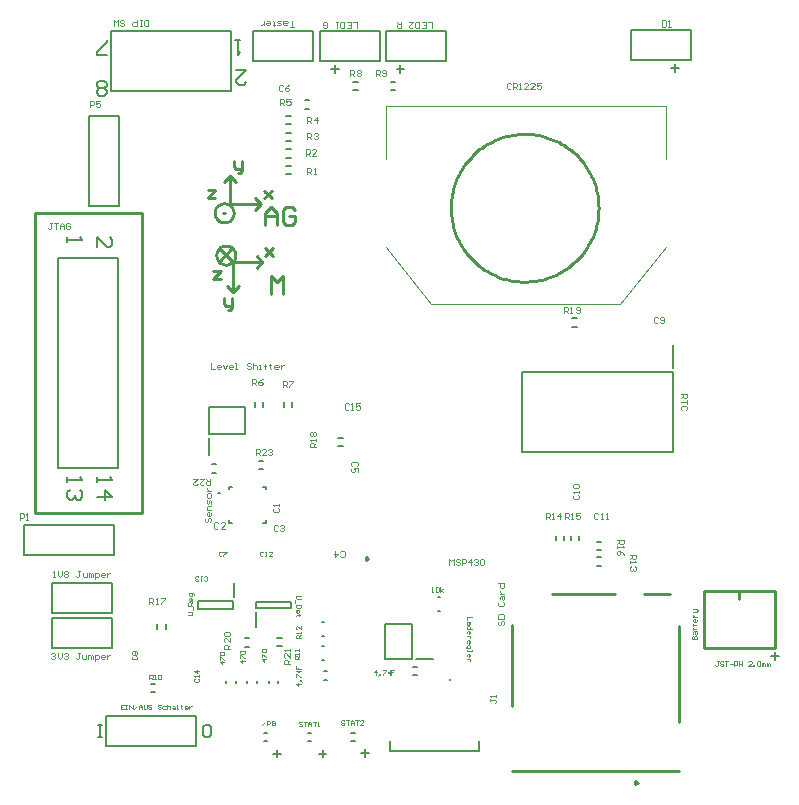
<source format=gto>
G04*
G04 #@! TF.GenerationSoftware,Altium Limited,Altium Designer,19.0.14 (431)*
G04*
G04 Layer_Color=65535*
%FSLAX25Y25*%
%MOIN*%
G70*
G01*
G75*
%ADD10C,0.01000*%
%ADD11C,0.00984*%
%ADD12C,0.00787*%
%ADD13C,0.00787*%
%ADD14C,0.00394*%
%ADD15C,0.00500*%
%ADD16C,0.00800*%
%ADD17C,0.00492*%
D10*
X76378Y168504D02*
X76224Y169477D01*
X75776Y170355D01*
X75080Y171052D01*
X74202Y171499D01*
X73228Y171653D01*
X72255Y171499D01*
X71377Y171052D01*
X70680Y170355D01*
X70233Y169477D01*
X70079Y168504D01*
X70233Y167531D01*
X70680Y166653D01*
X71377Y165956D01*
X72255Y165508D01*
X73228Y165354D01*
X74202Y165508D01*
X75080Y165956D01*
X75776Y166653D01*
X76224Y167531D01*
X76378Y168504D01*
X73032Y182559D02*
X72244D01*
X73032D01*
X75787D02*
X75633Y183532D01*
X75186Y184410D01*
X74489Y185107D01*
X73611Y185555D01*
X72638Y185709D01*
X71665Y185555D01*
X70786Y185107D01*
X70090Y184410D01*
X69642Y183532D01*
X69488Y182559D01*
X69642Y181586D01*
X70090Y180708D01*
X70786Y180011D01*
X71665Y179564D01*
X72638Y179409D01*
X73611Y179564D01*
X74489Y180011D01*
X75186Y180708D01*
X75633Y181586D01*
X75787Y182559D01*
X197441Y184252D02*
X197421Y185249D01*
X197360Y186245D01*
X197259Y187237D01*
X197118Y188224D01*
X196937Y189205D01*
X196717Y190178D01*
X196457Y191141D01*
X196158Y192093D01*
X195821Y193031D01*
X195447Y193956D01*
X195035Y194864D01*
X194587Y195755D01*
X194103Y196627D01*
X193584Y197479D01*
X193031Y198309D01*
X192444Y199116D01*
X191826Y199898D01*
X191176Y200655D01*
X190496Y201385D01*
X189788Y202086D01*
X189051Y202759D01*
X188288Y203401D01*
X187499Y204011D01*
X186686Y204589D01*
X185851Y205134D01*
X184994Y205644D01*
X184117Y206119D01*
X183221Y206559D01*
X182309Y206961D01*
X181380Y207327D01*
X180438Y207654D01*
X179484Y207943D01*
X178518Y208193D01*
X177543Y208403D01*
X176561Y208575D01*
X175572Y208705D01*
X174579Y208796D01*
X173583Y208847D01*
X172585Y208857D01*
X171588Y208827D01*
X170594Y208756D01*
X169602Y208645D01*
X168616Y208494D01*
X167637Y208303D01*
X166667Y208073D01*
X165707Y207803D01*
X164758Y207495D01*
X163823Y207149D01*
X162902Y206765D01*
X161998Y206344D01*
X161112Y205886D01*
X160245Y205394D01*
X159398Y204866D01*
X158574Y204304D01*
X157773Y203710D01*
X156997Y203084D01*
X156247Y202426D01*
X155524Y201739D01*
X154829Y201023D01*
X154164Y200280D01*
X153530Y199510D01*
X152928Y198715D01*
X152358Y197897D01*
X151822Y197055D01*
X151320Y196194D01*
X150854Y195312D01*
X150424Y194412D01*
X150031Y193495D01*
X149675Y192564D01*
X149357Y191618D01*
X149078Y190661D01*
X148837Y189693D01*
X148637Y188716D01*
X148476Y187731D01*
X148355Y186741D01*
X148274Y185747D01*
X148233Y184751D01*
Y183753D01*
X148274Y182757D01*
X148355Y181763D01*
X148476Y180772D01*
X148637Y179788D01*
X148837Y178811D01*
X149078Y177843D01*
X149357Y176886D01*
X149675Y175940D01*
X150031Y175008D01*
X150424Y174092D01*
X150854Y173192D01*
X151320Y172310D01*
X151822Y171448D01*
X152358Y170607D01*
X152928Y169789D01*
X153530Y168994D01*
X154165Y168224D01*
X154829Y167481D01*
X155524Y166765D01*
X156247Y166077D01*
X156997Y165420D01*
X157773Y164794D01*
X158574Y164199D01*
X159398Y163638D01*
X160245Y163110D01*
X161112Y162618D01*
X161998Y162160D01*
X162902Y161739D01*
X163823Y161355D01*
X164758Y161009D01*
X165707Y160701D01*
X166667Y160431D01*
X167638Y160201D01*
X168616Y160010D01*
X169602Y159859D01*
X170594Y159748D01*
X171588Y159677D01*
X172585Y159647D01*
X173583Y159657D01*
X174579Y159708D01*
X175572Y159798D01*
X176561Y159929D01*
X177543Y160100D01*
X178518Y160311D01*
X179484Y160561D01*
X180438Y160850D01*
X181381Y161177D01*
X182309Y161543D01*
X183221Y161945D01*
X184117Y162384D01*
X184994Y162860D01*
X185851Y163370D01*
X186686Y163915D01*
X187499Y164493D01*
X188288Y165103D01*
X189051Y165745D01*
X189788Y166418D01*
X190496Y167119D01*
X191176Y167849D01*
X191826Y168606D01*
X192444Y169388D01*
X193031Y170195D01*
X193584Y171025D01*
X194103Y171877D01*
X194587Y172749D01*
X195035Y173640D01*
X195447Y174548D01*
X195821Y175473D01*
X196158Y176411D01*
X196457Y177363D01*
X196717Y178326D01*
X196937Y179299D01*
X197118Y180280D01*
X197259Y181267D01*
X197360Y182259D01*
X197421Y183255D01*
X197441Y184252D01*
X210445Y-7429D02*
X209618Y-6951D01*
Y-7907D01*
X210445Y-7429D01*
X256201Y37697D02*
Y56595D01*
X232579Y37697D02*
Y56595D01*
Y37697D02*
X256201D01*
X232579Y56595D02*
X256201D01*
X244390Y53839D02*
Y56595D01*
X71153Y166535D02*
X75090Y170472D01*
X71260Y170669D02*
X75590Y166339D01*
Y166142D02*
Y166339D01*
X74697Y194961D02*
X76665Y192992D01*
X74697Y192008D02*
Y194961D01*
X72728Y192992D02*
X74697Y194961D01*
Y185406D02*
Y192008D01*
X83071Y183465D02*
X85039Y185433D01*
X83071Y187402D02*
X85039Y185433D01*
X74957D02*
X85039D01*
X75590Y166142D02*
X85433D01*
X83465Y168110D02*
X85433Y166142D01*
X83465Y164173D02*
X85433Y166142D01*
X75590Y159252D02*
Y166142D01*
Y156299D02*
X77559Y158268D01*
X75590Y156299D02*
Y159252D01*
X73622Y158268D02*
X75590Y156299D01*
X9728Y82398D02*
Y182398D01*
X168720Y-3425D02*
X224390D01*
Y12787D02*
Y44736D01*
X168720Y18039D02*
Y45350D01*
X181972Y55433D02*
X203067D01*
X212520D02*
X221358D01*
X45161Y82398D02*
Y182398D01*
X9728D02*
X45161D01*
X9728Y82398D02*
X45161D01*
X86417Y178622D02*
Y182621D01*
X88417Y184620D01*
X90416Y182621D01*
Y178622D01*
Y181621D01*
X86417D01*
X96414Y183620D02*
X95414Y184620D01*
X93415D01*
X92415Y183620D01*
Y179622D01*
X93415Y178622D01*
X95414D01*
X96414Y179622D01*
Y181621D01*
X94415D01*
X75878Y199750D02*
Y197782D01*
X76534Y197126D01*
X78502D01*
Y196470D01*
X77846Y195814D01*
X77190D01*
X78502Y197126D02*
Y199750D01*
X67126Y190301D02*
X69750D01*
X67126Y187677D01*
X69750D01*
X86024Y190025D02*
X88647Y187402D01*
X87335Y188714D01*
X88647Y190025D01*
X86024Y187402D01*
X88189Y155512D02*
Y161510D01*
X90188Y159511D01*
X92188Y161510D01*
Y155512D01*
X86417Y170734D02*
X89041Y168110D01*
X87729Y169422D01*
X89041Y170734D01*
X86417Y168110D01*
X68898Y163254D02*
X71522D01*
X68898Y160630D01*
X71522D01*
X72638Y154080D02*
Y152113D01*
X73294Y151457D01*
X75262D01*
Y150801D01*
X74606Y150145D01*
X73950D01*
X75262Y151457D02*
Y154080D01*
D11*
X120571Y67303D02*
X119833Y67729D01*
Y66877D01*
X120571Y67303D01*
D12*
X71394Y89193D02*
X70606D01*
X71394D01*
X6102Y78425D02*
X36102D01*
X6102Y68425D02*
Y78425D01*
Y68425D02*
X36102D01*
Y78425D01*
X53150Y43898D02*
Y45472D01*
X50394Y43898D02*
Y45472D01*
X67520Y101969D02*
Y107579D01*
X67716Y108957D02*
X79528D01*
Y118012D01*
X67716D02*
X79528D01*
X67716Y108957D02*
Y118012D01*
X68504Y98721D02*
X70079D01*
X68504Y95965D02*
X70079D01*
X84196Y97146D02*
X85771D01*
X84196Y99902D02*
X85771D01*
X15413Y59331D02*
X35413D01*
X15413Y49331D02*
Y59331D01*
Y49331D02*
X35413D01*
Y59331D01*
X15413Y47520D02*
X35413D01*
X15413Y37520D02*
Y47520D01*
Y37520D02*
X35413D01*
Y47520D01*
X79528Y37992D02*
X81102D01*
X79528Y40748D02*
X81102D01*
X90354Y40945D02*
X91929D01*
X90354Y38189D02*
X91929D01*
X208130Y233583D02*
Y243583D01*
X228130D01*
Y233583D02*
Y243583D01*
X208130Y233583D02*
X228130D01*
X188583Y147441D02*
X190157D01*
X188583Y144685D02*
X190157D01*
X93201Y214862D02*
X94776D01*
X93201Y212106D02*
X94776D01*
X93307Y209252D02*
X94882D01*
X93307Y206496D02*
X94882D01*
X93307Y198228D02*
X94882D01*
X93307Y195472D02*
X94882D01*
X93307Y200984D02*
X94882D01*
X93307Y203740D02*
X94882D01*
X115748Y223425D02*
X117323D01*
X115748Y226181D02*
X117323D01*
X124638Y233189D02*
Y243189D01*
X104638Y233189D02*
X124638D01*
X104638D02*
Y243189D01*
X124638D01*
X222264Y130905D02*
Y138484D01*
X171909Y129528D02*
X222303D01*
X171909Y102756D02*
Y129528D01*
Y102756D02*
X222303D01*
Y129528D01*
X110630Y104724D02*
X112205D01*
X110630Y107480D02*
X112205D01*
X92618Y117872D02*
Y119447D01*
X95374Y117872D02*
Y119447D01*
X82776Y117913D02*
Y119488D01*
X85532Y117913D02*
Y119488D01*
X99461Y220087D02*
X101035D01*
X99461Y217331D02*
X101035D01*
X35000Y223346D02*
Y243347D01*
X75000Y223346D02*
Y243347D01*
X35000Y223346D02*
X75000D01*
X35000Y243347D02*
X75000D01*
X82402Y233347D02*
X102402D01*
Y243347D01*
X82402D02*
X102402D01*
X82402Y233347D02*
Y243347D01*
X126496Y243189D02*
X146496D01*
X126496Y233189D02*
Y243189D01*
Y233189D02*
X146496D01*
Y243189D01*
X188347Y73425D02*
Y75000D01*
X191102Y73425D02*
Y75000D01*
X185984Y73425D02*
Y75000D01*
X183228Y73425D02*
Y75000D01*
X196811Y67716D02*
X198386D01*
X196811Y64961D02*
X198386D01*
X196811Y70079D02*
X198386D01*
X196811Y72835D02*
X198386D01*
X83161Y50795D02*
Y52961D01*
X94972D01*
Y50795D02*
Y52961D01*
X83161Y50795D02*
X94972D01*
X83161Y44496D02*
Y49417D01*
X75484Y50697D02*
Y53059D01*
X64067Y50697D02*
X75484D01*
X64067D02*
Y53059D01*
X75484D01*
X76075Y54437D02*
Y59161D01*
X105209Y46366D02*
X105996D01*
X105209Y41642D02*
X105996D01*
X105209Y33374D02*
X105996D01*
X105209Y38098D02*
X105996D01*
X105799Y26958D02*
X106980D01*
X105799Y29714D02*
X106980D01*
X87492Y25894D02*
Y26681D01*
X90642Y25894D02*
Y26681D01*
X80405Y25894D02*
Y26681D01*
X83555Y25894D02*
Y26681D01*
X73319Y25894D02*
Y26681D01*
X76468Y25894D02*
Y26681D01*
X33366Y14842D02*
X63366D01*
X33366Y4843D02*
Y14842D01*
Y4843D02*
X63366D01*
Y14842D01*
X48122Y22744D02*
X49697D01*
X48122Y25500D02*
X49697D01*
X143791Y54535D02*
X144579D01*
X143791Y49811D02*
X144579D01*
X126272Y33768D02*
X135327D01*
X126272D02*
Y45579D01*
X135327D01*
Y33768D02*
Y45579D01*
X136705Y33768D02*
X142217D01*
X135721Y28453D02*
X136902D01*
X135721Y31209D02*
X136902D01*
X127953Y3248D02*
X157480D01*
X127953D02*
Y6693D01*
X157480Y3248D02*
Y6693D01*
X85827Y6398D02*
X87008D01*
X85827Y9154D02*
X87008D01*
X100492Y6496D02*
X101673D01*
X100492Y9252D02*
X101673D01*
X115059Y6594D02*
X116240D01*
X115059Y9350D02*
X116240D01*
X128150Y226181D02*
X129724D01*
X128150Y223425D02*
X129724D01*
X17327Y97398D02*
Y167398D01*
X37327Y97398D02*
Y167398D01*
X17327D02*
X37327D01*
X17327Y97398D02*
X37327D01*
X37677Y185000D02*
Y215000D01*
X27677D02*
X37677D01*
X27677Y185000D02*
Y215000D01*
Y185000D02*
X37677D01*
X67617Y11908D02*
X66306D01*
X65650Y11252D01*
Y8628D01*
X66306Y7972D01*
X67617D01*
X68273Y8628D01*
Y11252D01*
X67617Y11908D01*
X30768Y11711D02*
X32080D01*
X31424D01*
Y7776D01*
X30768D01*
X32080D01*
X118307Y2460D02*
X120931D01*
X119619Y3772D02*
Y1148D01*
X104134Y2362D02*
X106758D01*
X105446Y3673D02*
Y1050D01*
X89059Y2362D02*
X91683D01*
X90371Y3673D02*
Y1050D01*
X254823Y34940D02*
X257447D01*
X256135Y36252D02*
Y33628D01*
X221752Y231003D02*
X224376D01*
X223064Y232315D02*
Y229691D01*
X130118Y230511D02*
X132742D01*
X131430Y231823D02*
Y229199D01*
X108169Y230511D02*
X110793D01*
X109481Y231823D02*
Y229199D01*
D13*
X147784Y26835D02*
D03*
D14*
X204724Y152165D02*
X219882Y171063D01*
X141732Y152165D02*
X204724D01*
X126575Y171063D02*
X141732Y152165D01*
X219882Y200394D02*
Y218307D01*
X126575D02*
X219882D01*
X126575Y200394D02*
Y218307D01*
X237467Y33070D02*
X236942D01*
X237205D01*
Y31758D01*
X236942Y31496D01*
X236680D01*
X236417Y31758D01*
X239041Y32808D02*
X238779Y33070D01*
X238254D01*
X237992Y32808D01*
Y32546D01*
X238254Y32283D01*
X238779D01*
X239041Y32021D01*
Y31758D01*
X238779Y31496D01*
X238254D01*
X237992Y31758D01*
X239566Y33070D02*
X240615D01*
X240091D01*
Y31496D01*
X241140Y32283D02*
X242190D01*
X242715Y31496D02*
Y33070D01*
X243502D01*
X243764Y32808D01*
Y32283D01*
X243502Y32021D01*
X242715D01*
X244289Y33070D02*
Y31496D01*
Y32283D01*
X245338D01*
Y33070D01*
Y31496D01*
X248487D02*
X247437D01*
X248487Y32546D01*
Y32808D01*
X248224Y33070D01*
X247700D01*
X247437Y32808D01*
X249012Y31496D02*
Y31758D01*
X249274D01*
Y31496D01*
X249012D01*
X250324Y32808D02*
X250586Y33070D01*
X251111D01*
X251373Y32808D01*
Y31758D01*
X251111Y31496D01*
X250586D01*
X250324Y31758D01*
Y32808D01*
X251898Y31496D02*
Y32546D01*
X252160D01*
X252423Y32283D01*
Y31496D01*
Y32283D01*
X252685Y32546D01*
X252947Y32283D01*
Y31496D01*
X253472D02*
Y32546D01*
X253734D01*
X253997Y32283D01*
Y31496D01*
Y32283D01*
X254259Y32546D01*
X254522Y32283D01*
Y31496D01*
X62952Y27337D02*
X62690Y27075D01*
Y26550D01*
X62952Y26287D01*
X64001D01*
X64264Y26550D01*
Y27075D01*
X64001Y27337D01*
X64264Y27862D02*
Y28387D01*
Y28124D01*
X62690D01*
X62952Y27862D01*
X64264Y29961D02*
X62690D01*
X63477Y29174D01*
Y30223D01*
X42290Y34817D02*
X42028Y34555D01*
Y34030D01*
X42290Y33768D01*
X43340D01*
X43602Y34030D01*
Y34555D01*
X43340Y34817D01*
X42290Y35342D02*
X42028Y35604D01*
Y36129D01*
X42290Y36391D01*
X42553D01*
X42815Y36129D01*
X43078Y36391D01*
X43340D01*
X43602Y36129D01*
Y35604D01*
X43340Y35342D01*
X43078D01*
X42815Y35604D01*
X42553Y35342D01*
X42290D01*
X42815Y35604D02*
Y36129D01*
X71916Y69422D02*
X71653Y69684D01*
X71128D01*
X70866Y69422D01*
Y68373D01*
X71128Y68110D01*
X71653D01*
X71916Y68373D01*
X72440Y69684D02*
X73490D01*
Y69422D01*
X72440Y68373D01*
Y68110D01*
X72736Y32874D02*
X71162D01*
X71949Y32087D01*
Y33136D01*
X71162Y33661D02*
Y34710D01*
X71424D01*
X72474Y33661D01*
X72736D01*
X71424Y35235D02*
X71162Y35498D01*
Y36022D01*
X71424Y36285D01*
X72474D01*
X72736Y36022D01*
Y35498D01*
X72474Y35235D01*
X71424D01*
X86705Y33768D02*
X85130D01*
X85918Y32980D01*
Y34030D01*
X85130Y34555D02*
Y35604D01*
X85393D01*
X86442Y34555D01*
X86705D01*
X85393Y36129D02*
X85130Y36391D01*
Y36916D01*
X85393Y37178D01*
X86442D01*
X86705Y36916D01*
Y36391D01*
X86442Y36129D01*
X85393D01*
X112762Y13171D02*
X112500Y13433D01*
X111975D01*
X111713Y13171D01*
Y12908D01*
X111975Y12646D01*
X112500D01*
X112762Y12383D01*
Y12121D01*
X112500Y11859D01*
X111975D01*
X111713Y12121D01*
X113287Y13433D02*
X114336D01*
X113812D01*
Y11859D01*
X114861D02*
Y12908D01*
X115386Y13433D01*
X115911Y12908D01*
Y11859D01*
Y12646D01*
X114861D01*
X116436Y13433D02*
X117485D01*
X116960D01*
Y11859D01*
X119059D02*
X118010D01*
X119059Y12908D01*
Y13171D01*
X118797Y13433D01*
X118272D01*
X118010Y13171D01*
X98589Y12704D02*
X98326Y12966D01*
X97802D01*
X97539Y12704D01*
Y12442D01*
X97802Y12179D01*
X98326D01*
X98589Y11917D01*
Y11654D01*
X98326Y11392D01*
X97802D01*
X97539Y11654D01*
X99114Y12966D02*
X100163D01*
X99638D01*
Y11392D01*
X100688D02*
Y12442D01*
X101213Y12966D01*
X101737Y12442D01*
Y11392D01*
Y12179D01*
X100688D01*
X102262Y12966D02*
X103312D01*
X102787D01*
Y11392D01*
X103837D02*
X104361D01*
X104099D01*
Y12966D01*
X103837Y12704D01*
X79528Y33268D02*
X77953D01*
X78740Y32480D01*
Y33530D01*
X77953Y34055D02*
Y35104D01*
X78216D01*
X79265Y34055D01*
X79528D01*
X78216Y35629D02*
X77953Y35891D01*
Y36416D01*
X78216Y36678D01*
X79265D01*
X79528Y36416D01*
Y35891D01*
X79265Y35629D01*
X78216D01*
X141831Y56201D02*
X142356D01*
X142093D01*
Y57775D01*
X141831Y57513D01*
X143143D02*
X143405Y57775D01*
X143930D01*
X144192Y57513D01*
Y56463D01*
X143930Y56201D01*
X143405D01*
X143143Y56463D01*
Y57513D01*
X144717Y56201D02*
Y57775D01*
Y56726D02*
X145504Y57250D01*
X144717Y56726D02*
X145504Y56201D01*
X98122Y25500D02*
X96548D01*
X97335Y24713D01*
Y25762D01*
X98384Y26549D02*
X98122Y26812D01*
X97860D01*
Y26549D01*
X98122D01*
Y26812D01*
X98384Y26549D01*
X98647Y26287D01*
X96548Y27861D02*
Y28911D01*
X96810D01*
X97860Y27861D01*
X98122D01*
X97335Y29436D02*
Y29960D01*
X97597Y29436D02*
Y29960D01*
X96548D02*
X98384D01*
X96548Y31534D02*
Y30485D01*
X97335D01*
Y31010D01*
Y30485D01*
X98122D01*
X123319Y28650D02*
Y30224D01*
X122531Y29437D01*
X123581D01*
X124368Y28387D02*
X124630Y28650D01*
Y28912D01*
X124368D01*
Y28650D01*
X124630D01*
X124368Y28387D01*
X124106Y28125D01*
X125680Y30224D02*
X126730D01*
Y29961D01*
X125680Y28912D01*
Y28650D01*
X127254Y29437D02*
X127779D01*
X127254Y29174D02*
X127779D01*
Y30224D02*
Y28387D01*
X129353Y30224D02*
X128304D01*
Y29437D01*
X128829D01*
X128304D01*
Y28650D01*
X85335Y11713D02*
X86384Y12762D01*
X86909Y11713D02*
Y13287D01*
X87696D01*
X87959Y13025D01*
Y12500D01*
X87696Y12237D01*
X86909D01*
X89533Y13025D02*
X89270Y13287D01*
X88746D01*
X88483Y13025D01*
Y11975D01*
X88746Y11713D01*
X89270D01*
X89533Y11975D01*
Y12500D01*
X89008D01*
X60532Y48524D02*
X61844D01*
X62106Y48786D01*
Y49311D01*
X61844Y49573D01*
X60532D01*
X62369Y50098D02*
Y51147D01*
X62106Y51672D02*
X60532D01*
Y52459D01*
X60794Y52722D01*
X61319D01*
X61581Y52459D01*
Y51672D01*
Y52197D02*
X62106Y52722D01*
Y54034D02*
Y53509D01*
X61844Y53246D01*
X61319D01*
X61057Y53509D01*
Y54034D01*
X61319Y54296D01*
X61581D01*
Y53246D01*
X62631Y55345D02*
Y55608D01*
X62369Y55870D01*
X61057D01*
Y55083D01*
X61319Y54821D01*
X61844D01*
X62106Y55083D01*
Y55870D01*
X98122Y40854D02*
X96548D01*
Y41642D01*
X96810Y41904D01*
X97335D01*
X97597Y41642D01*
Y40854D01*
Y41379D02*
X98122Y41904D01*
Y42429D02*
Y42953D01*
Y42691D01*
X96548D01*
X96810Y42429D01*
X98122Y44790D02*
Y43740D01*
X97072Y44790D01*
X96810D01*
X96548Y44528D01*
Y44003D01*
X96810Y43740D01*
X97728Y33768D02*
X96154D01*
Y34555D01*
X96416Y34817D01*
X96941D01*
X97204Y34555D01*
Y33768D01*
Y34293D02*
X97728Y34817D01*
Y35342D02*
Y35867D01*
Y35604D01*
X96154D01*
X96416Y35342D01*
X97728Y36654D02*
Y37179D01*
Y36916D01*
X96154D01*
X96416Y36654D01*
X47728Y27075D02*
Y28649D01*
X48515D01*
X48778Y28387D01*
Y27862D01*
X48515Y27600D01*
X47728D01*
X48253D02*
X48778Y27075D01*
X49303D02*
X49827D01*
X49565D01*
Y28649D01*
X49303Y28387D01*
X50615D02*
X50877Y28649D01*
X51402D01*
X51664Y28387D01*
Y27337D01*
X51402Y27075D01*
X50877D01*
X50615Y27337D01*
Y28387D01*
X39239Y18700D02*
X38189D01*
Y17126D01*
X39239D01*
X38189Y17913D02*
X38714D01*
X39763Y18700D02*
X40288D01*
X40026D01*
Y17126D01*
X39763D01*
X40288D01*
X41075D02*
Y18700D01*
X42125Y17126D01*
Y18700D01*
X42649Y17126D02*
X43699Y18176D01*
X44224Y17126D02*
Y18176D01*
X44748Y18700D01*
X45273Y18176D01*
Y17126D01*
Y17913D01*
X44224D01*
X45798Y18700D02*
Y17388D01*
X46060Y17126D01*
X46585D01*
X46848Y17388D01*
Y18700D01*
X48422Y18438D02*
X48160Y18700D01*
X47635D01*
X47372Y18438D01*
Y18176D01*
X47635Y17913D01*
X48160D01*
X48422Y17651D01*
Y17388D01*
X48160Y17126D01*
X47635D01*
X47372Y17388D01*
X51570Y18438D02*
X51308Y18700D01*
X50783D01*
X50521Y18438D01*
Y18176D01*
X50783Y17913D01*
X51308D01*
X51570Y17651D01*
Y17388D01*
X51308Y17126D01*
X50783D01*
X50521Y17388D01*
X53145Y18176D02*
X52358D01*
X52095Y17913D01*
Y17388D01*
X52358Y17126D01*
X53145D01*
X53670Y18700D02*
Y17126D01*
Y17913D01*
X53932Y18176D01*
X54457D01*
X54719Y17913D01*
Y17126D01*
X55506Y18176D02*
X56031D01*
X56293Y17913D01*
Y17126D01*
X55506D01*
X55244Y17388D01*
X55506Y17651D01*
X56293D01*
X56818Y17126D02*
X57343D01*
X57081D01*
Y18700D01*
X56818D01*
X58392Y18438D02*
Y18176D01*
X58130D01*
X58655D01*
X58392D01*
Y17388D01*
X58655Y17126D01*
X60229D02*
X59704D01*
X59442Y17388D01*
Y17913D01*
X59704Y18176D01*
X60229D01*
X60491Y17913D01*
Y17651D01*
X59442D01*
X61016Y18176D02*
Y17126D01*
Y17651D01*
X61279Y17913D01*
X61541Y18176D01*
X61803D01*
X228544Y40453D02*
X230118D01*
Y41240D01*
X229856Y41502D01*
X229593D01*
X229331Y41240D01*
Y40453D01*
Y41240D01*
X229069Y41502D01*
X228806D01*
X228544Y41240D01*
Y40453D01*
X229069Y42289D02*
Y42814D01*
X229331Y43077D01*
X230118D01*
Y42289D01*
X229856Y42027D01*
X229593Y42289D01*
Y43077D01*
X228806Y43864D02*
X229069D01*
Y43601D01*
Y44126D01*
Y43864D01*
X229856D01*
X230118Y44126D01*
X228806Y45176D02*
X229069D01*
Y44913D01*
Y45438D01*
Y45176D01*
X229856D01*
X230118Y45438D01*
Y47012D02*
Y46488D01*
X229856Y46225D01*
X229331D01*
X229069Y46488D01*
Y47012D01*
X229331Y47275D01*
X229593D01*
Y46225D01*
X229069Y47800D02*
X230118D01*
X229593D01*
X229331Y48062D01*
X229069Y48324D01*
Y48587D01*
Y49374D02*
X229856D01*
X230118Y49636D01*
Y50423D01*
X230381D01*
X230643Y50161D01*
Y49898D01*
X230118Y50423D02*
X229069D01*
X98122Y55028D02*
X96810D01*
X96547Y54765D01*
Y54240D01*
X96810Y53978D01*
X98122D01*
X96285Y53453D02*
Y52404D01*
X98122Y51879D02*
X96547D01*
Y51092D01*
X96810Y50829D01*
X97859D01*
X98122Y51092D01*
Y51879D01*
X96547Y49518D02*
Y50042D01*
X96810Y50305D01*
X97334D01*
X97597Y50042D01*
Y49518D01*
X97334Y49255D01*
X97072D01*
Y50305D01*
X97859Y48468D02*
X97597D01*
Y48730D01*
Y48206D01*
Y48468D01*
X96810D01*
X96547Y48206D01*
X155208Y47941D02*
X153634D01*
Y46891D01*
X154683Y46104D02*
Y45579D01*
X154421Y45317D01*
X153634D01*
Y46104D01*
X153896Y46367D01*
X154159Y46104D01*
Y45317D01*
X155208Y43743D02*
X153634D01*
Y44530D01*
X153896Y44792D01*
X154421D01*
X154683Y44530D01*
Y43743D01*
X153634Y42431D02*
Y42956D01*
X153896Y43218D01*
X154421D01*
X154683Y42956D01*
Y42431D01*
X154421Y42169D01*
X154159D01*
Y43218D01*
X154683Y41644D02*
X153634D01*
X154159D01*
X154421Y41381D01*
X154683Y41119D01*
Y40857D01*
X153634Y39282D02*
Y39807D01*
X153896Y40069D01*
X154421D01*
X154683Y39807D01*
Y39282D01*
X154421Y39020D01*
X154159D01*
Y40069D01*
X153109Y37970D02*
Y37708D01*
X153372Y37446D01*
X154683D01*
Y38233D01*
X154421Y38495D01*
X153896D01*
X153634Y38233D01*
Y37446D01*
Y36921D02*
Y36396D01*
Y36658D01*
X155208D01*
Y36921D01*
X153634Y34822D02*
Y35347D01*
X153896Y35609D01*
X154421D01*
X154683Y35347D01*
Y34822D01*
X154421Y34560D01*
X154159D01*
Y35609D01*
X154683Y34035D02*
X153634D01*
X154159D01*
X154421Y33772D01*
X154683Y33510D01*
Y33248D01*
X65880Y60105D02*
X66142Y59843D01*
X66667D01*
X66929Y60105D01*
Y61155D01*
X66667Y61417D01*
X66142D01*
X65880Y61155D01*
X65355Y61417D02*
X64830D01*
X65092D01*
Y59843D01*
X65355Y60105D01*
X64043D02*
X63781Y59843D01*
X63256D01*
X62993Y60105D01*
Y60368D01*
X63256Y60630D01*
X63518D01*
X63256D01*
X62993Y60893D01*
Y61155D01*
X63256Y61417D01*
X63781D01*
X64043Y61155D01*
X85695Y69422D02*
X85433Y69684D01*
X84908D01*
X84646Y69422D01*
Y68373D01*
X84908Y68110D01*
X85433D01*
X85695Y68373D01*
X86220Y68110D02*
X86745D01*
X86482D01*
Y69684D01*
X86220Y69422D01*
X88581Y68110D02*
X87532D01*
X88581Y69160D01*
Y69422D01*
X88319Y69684D01*
X87794D01*
X87532Y69422D01*
D15*
X74347Y91358D02*
X75331D01*
X74347Y90374D02*
Y91358D01*
X85567D02*
X86551D01*
Y90374D02*
Y91358D01*
Y79154D02*
Y80138D01*
X85567Y79154D02*
X86551D01*
X74347D02*
Y80138D01*
Y79154D02*
X75331D01*
D16*
X33465Y222508D02*
X32631Y221675D01*
X30965D01*
X30132Y222508D01*
Y223341D01*
X30965Y224174D01*
X30132Y225007D01*
Y225840D01*
X30965Y226673D01*
X32631D01*
X33465Y225840D01*
Y225007D01*
X32631Y224174D01*
X33465Y223341D01*
Y222508D01*
X32631Y224174D02*
X30965D01*
X33760Y235356D02*
X30428D01*
Y236189D01*
X33760Y239521D01*
Y240354D01*
X78000Y240347D02*
X76334D01*
X77167D01*
Y235348D01*
X78000Y236181D01*
X76668Y230346D02*
X80000D01*
X76668Y227014D01*
Y226181D01*
X77501Y225348D01*
X79167D01*
X80000Y226181D01*
X20327Y94398D02*
Y92731D01*
Y93565D01*
X25325D01*
X24492Y94398D01*
Y90232D02*
X25325Y89399D01*
Y87733D01*
X24492Y86900D01*
X23659D01*
X22826Y87733D01*
Y88566D01*
Y87733D01*
X21993Y86900D01*
X21160D01*
X20327Y87733D01*
Y89399D01*
X21160Y90232D01*
X30327Y94398D02*
Y92731D01*
Y93565D01*
X35325D01*
X34492Y94398D01*
X30327Y87733D02*
X35325D01*
X32826Y90232D01*
Y86900D01*
X20327Y174398D02*
Y172731D01*
Y173565D01*
X25325D01*
X24492Y174398D01*
X30327Y171065D02*
Y174398D01*
X33659Y171065D01*
X34492D01*
X35325Y171898D01*
Y173565D01*
X34492Y174398D01*
D17*
X4528Y80315D02*
Y82377D01*
X5559D01*
X5902Y82034D01*
Y81346D01*
X5559Y81002D01*
X4528D01*
X6590Y80315D02*
X7277D01*
X6934D01*
Y82377D01*
X6590Y82034D01*
X83212Y101870D02*
Y103932D01*
X84243D01*
X84587Y103589D01*
Y102901D01*
X84243Y102558D01*
X83212D01*
X83899D02*
X84587Y101870D01*
X86649D02*
X85274D01*
X86649Y103245D01*
Y103589D01*
X86305Y103932D01*
X85618D01*
X85274Y103589D01*
X87336D02*
X87680Y103932D01*
X88367D01*
X88711Y103589D01*
Y103245D01*
X88367Y102901D01*
X88024D01*
X88367D01*
X88711Y102558D01*
Y102214D01*
X88367Y101870D01*
X87680D01*
X87336Y102214D01*
X67900Y93898D02*
Y91835D01*
X66868D01*
X66525Y92179D01*
Y92866D01*
X66868Y93210D01*
X67900D01*
X67212D02*
X66525Y93898D01*
X64462D02*
X65837D01*
X64462Y92523D01*
Y92179D01*
X64806Y91835D01*
X65494D01*
X65837Y92179D01*
X62400Y93898D02*
X63775D01*
X62400Y92523D01*
Y92179D01*
X62744Y91835D01*
X63431D01*
X63775Y92179D01*
X68110Y132604D02*
Y130541D01*
X69485D01*
X71204D02*
X70516D01*
X70173Y130885D01*
Y131572D01*
X70516Y131916D01*
X71204D01*
X71547Y131572D01*
Y131229D01*
X70173D01*
X72235Y131916D02*
X72922Y130541D01*
X73610Y131916D01*
X75328Y130541D02*
X74641D01*
X74297Y130885D01*
Y131572D01*
X74641Y131916D01*
X75328D01*
X75672Y131572D01*
Y131229D01*
X74297D01*
X76359Y130541D02*
X77047D01*
X76703D01*
Y132604D01*
X76359D01*
X81515Y132260D02*
X81172Y132604D01*
X80484D01*
X80140Y132260D01*
Y131916D01*
X80484Y131572D01*
X81172D01*
X81515Y131229D01*
Y130885D01*
X81172Y130541D01*
X80484D01*
X80140Y130885D01*
X82203Y132604D02*
Y130541D01*
Y131572D01*
X82547Y131916D01*
X83234D01*
X83578Y131572D01*
Y130541D01*
X84265D02*
X84952D01*
X84609D01*
Y131916D01*
X84265D01*
X86327Y130541D02*
Y132260D01*
Y131572D01*
X85984D01*
X86671D01*
X86327D01*
Y132260D01*
X86671Y132604D01*
X88046Y132260D02*
Y131916D01*
X87702D01*
X88390D01*
X88046D01*
Y130885D01*
X88390Y130541D01*
X90452D02*
X89765D01*
X89421Y130885D01*
Y131572D01*
X89765Y131916D01*
X90452D01*
X90796Y131572D01*
Y131229D01*
X89421D01*
X91483Y131916D02*
Y130541D01*
Y131229D01*
X91827Y131572D01*
X92171Y131916D01*
X92514D01*
X15059Y35675D02*
X15403Y36019D01*
X16090D01*
X16434Y35675D01*
Y35332D01*
X16090Y34988D01*
X15746D01*
X16090D01*
X16434Y34644D01*
Y34300D01*
X16090Y33957D01*
X15403D01*
X15059Y34300D01*
X17121Y36019D02*
Y34644D01*
X17809Y33957D01*
X18496Y34644D01*
Y36019D01*
X19184Y35675D02*
X19527Y36019D01*
X20215D01*
X20559Y35675D01*
Y35332D01*
X20215Y34988D01*
X19871D01*
X20215D01*
X20559Y34644D01*
Y34300D01*
X20215Y33957D01*
X19527D01*
X19184Y34300D01*
X24683Y36019D02*
X23996D01*
X24340D01*
Y34300D01*
X23996Y33957D01*
X23652D01*
X23308Y34300D01*
X25371Y35332D02*
Y34300D01*
X25714Y33957D01*
X26746D01*
Y35332D01*
X27433Y33957D02*
Y35332D01*
X27777D01*
X28120Y34988D01*
Y33957D01*
Y34988D01*
X28464Y35332D01*
X28808Y34988D01*
Y33957D01*
X29495Y33269D02*
Y35332D01*
X30527D01*
X30870Y34988D01*
Y34300D01*
X30527Y33957D01*
X29495D01*
X32589D02*
X31901D01*
X31558Y34300D01*
Y34988D01*
X31901Y35332D01*
X32589D01*
X32932Y34988D01*
Y34644D01*
X31558D01*
X33620Y35332D02*
Y33957D01*
Y34644D01*
X33964Y34988D01*
X34307Y35332D01*
X34651D01*
X15492Y61221D02*
X16180D01*
X15836D01*
Y63283D01*
X15492Y62939D01*
X17211Y63283D02*
Y61908D01*
X17898Y61221D01*
X18586Y61908D01*
Y63283D01*
X19273Y62939D02*
X19617Y63283D01*
X20304D01*
X20648Y62939D01*
Y62595D01*
X20304Y62252D01*
X20648Y61908D01*
Y61564D01*
X20304Y61221D01*
X19617D01*
X19273Y61564D01*
Y61908D01*
X19617Y62252D01*
X19273Y62595D01*
Y62939D01*
X19617Y62252D02*
X20304D01*
X24773Y63283D02*
X24085D01*
X24429D01*
Y61564D01*
X24085Y61221D01*
X23741D01*
X23398Y61564D01*
X25460Y62595D02*
Y61564D01*
X25804Y61221D01*
X26835D01*
Y62595D01*
X27522Y61221D02*
Y62595D01*
X27866D01*
X28210Y62252D01*
Y61221D01*
Y62252D01*
X28554Y62595D01*
X28897Y62252D01*
Y61221D01*
X29585Y60533D02*
Y62595D01*
X30616D01*
X30959Y62252D01*
Y61564D01*
X30616Y61221D01*
X29585D01*
X32678D02*
X31991D01*
X31647Y61564D01*
Y62252D01*
X31991Y62595D01*
X32678D01*
X33022Y62252D01*
Y61908D01*
X31647D01*
X33709Y62595D02*
Y61221D01*
Y61908D01*
X34053Y62252D01*
X34397Y62595D01*
X34740D01*
X94602Y32283D02*
X92540D01*
Y33315D01*
X92884Y33658D01*
X93571D01*
X93915Y33315D01*
Y32283D01*
Y32971D02*
X94602Y33658D01*
Y35721D02*
Y34346D01*
X93227Y35721D01*
X92884D01*
X92540Y35377D01*
Y34690D01*
X92884Y34346D01*
X94602Y36408D02*
Y37095D01*
Y36752D01*
X92540D01*
X92884Y36408D01*
X74705Y37311D02*
X72642D01*
Y38342D01*
X72986Y38686D01*
X73674D01*
X74017Y38342D01*
Y37311D01*
Y37999D02*
X74705Y38686D01*
Y40748D02*
Y39373D01*
X73330Y40748D01*
X72986D01*
X72642Y40404D01*
Y39717D01*
X72986Y39373D01*
Y41436D02*
X72642Y41779D01*
Y42467D01*
X72986Y42810D01*
X74361D01*
X74705Y42467D01*
Y41779D01*
X74361Y41436D01*
X72986D01*
X47729Y52173D02*
Y54236D01*
X48760D01*
X49104Y53892D01*
Y53204D01*
X48760Y52861D01*
X47729D01*
X48416D02*
X49104Y52173D01*
X49791D02*
X50479D01*
X50135D01*
Y54236D01*
X49791Y53892D01*
X51510Y54236D02*
X52885D01*
Y53892D01*
X51510Y52517D01*
Y52173D01*
X218701Y246747D02*
Y244685D01*
X219732D01*
X220076Y245029D01*
Y246404D01*
X219732Y246747D01*
X218701D01*
X220763Y244685D02*
X221451D01*
X221107D01*
Y246747D01*
X220763Y246404D01*
X186024Y149114D02*
Y151177D01*
X187055D01*
X187399Y150833D01*
Y150145D01*
X187055Y149802D01*
X186024D01*
X186711D02*
X187399Y149114D01*
X188086D02*
X188773D01*
X188430D01*
Y151177D01*
X188086Y150833D01*
X189804Y149458D02*
X190148Y149114D01*
X190836D01*
X191179Y149458D01*
Y150833D01*
X190836Y151177D01*
X190148D01*
X189804Y150833D01*
Y150489D01*
X190148Y150145D01*
X191179D01*
X114276Y118720D02*
X113932Y119064D01*
X113244D01*
X112901Y118720D01*
Y117345D01*
X113244Y117002D01*
X113932D01*
X114276Y117345D01*
X114963Y117002D02*
X115650D01*
X115307D01*
Y119064D01*
X114963Y118720D01*
X118057Y119064D02*
X116682D01*
Y118033D01*
X117369Y118377D01*
X117713D01*
X118057Y118033D01*
Y117345D01*
X117713Y117002D01*
X117025D01*
X116682Y117345D01*
X114724Y228157D02*
Y230220D01*
X115756D01*
X116099Y229876D01*
Y229189D01*
X115756Y228845D01*
X114724D01*
X115412D02*
X116099Y228157D01*
X116787Y229876D02*
X117130Y230220D01*
X117818D01*
X118162Y229876D01*
Y229532D01*
X117818Y229189D01*
X118162Y228845D01*
Y228501D01*
X117818Y228157D01*
X117130D01*
X116787Y228501D01*
Y228845D01*
X117130Y229189D01*
X116787Y229532D01*
Y229876D01*
X117130Y229189D02*
X117818D01*
X116882Y244237D02*
Y246299D01*
X115507D01*
X113445Y244237D02*
X114820D01*
Y246299D01*
X113445D01*
X114820Y245268D02*
X114132D01*
X112757Y244237D02*
Y246299D01*
X111726D01*
X111382Y245955D01*
Y244581D01*
X111726Y244237D01*
X112757D01*
X110695Y246299D02*
X110008D01*
X110351D01*
Y244237D01*
X110695Y244581D01*
X105539D02*
X105883Y244237D01*
X106570D01*
X106914Y244581D01*
Y245955D01*
X106570Y246299D01*
X105883D01*
X105539Y245955D01*
Y245268D01*
X106227D01*
X103347Y104528D02*
X101284D01*
Y105559D01*
X101628Y105902D01*
X102315D01*
X102659Y105559D01*
Y104528D01*
Y105215D02*
X103347Y105902D01*
Y106590D02*
Y107277D01*
Y106934D01*
X101284D01*
X101628Y106590D01*
Y108308D02*
X101284Y108652D01*
Y109340D01*
X101628Y109683D01*
X101972D01*
X102315Y109340D01*
X102659Y109683D01*
X103003D01*
X103347Y109340D01*
Y108652D01*
X103003Y108308D01*
X102659D01*
X102315Y108652D01*
X101972Y108308D01*
X101628D01*
X102315Y108652D02*
Y109340D01*
X100000Y201682D02*
Y203744D01*
X101031D01*
X101375Y203400D01*
Y202713D01*
X101031Y202369D01*
X100000D01*
X100687D02*
X101375Y201682D01*
X103437D02*
X102062D01*
X103437Y203057D01*
Y203400D01*
X103094Y203744D01*
X102406D01*
X102062Y203400D01*
X161323Y20568D02*
Y19880D01*
Y20224D01*
X163042D01*
X163386Y19880D01*
Y19537D01*
X163042Y19193D01*
X163386Y21255D02*
Y21943D01*
Y21599D01*
X161323D01*
X161667Y21255D01*
X95866Y244394D02*
X94491D01*
X95179D01*
Y246457D01*
X93460Y245082D02*
X92773D01*
X92429Y245426D01*
Y246457D01*
X93460D01*
X93804Y246113D01*
X93460Y245769D01*
X92429D01*
X91742Y246457D02*
X90710D01*
X90367Y246113D01*
X90710Y245769D01*
X91398D01*
X91742Y245426D01*
X91398Y245082D01*
X90367D01*
X89336Y244738D02*
Y245082D01*
X89679D01*
X88992D01*
X89336D01*
Y246113D01*
X88992Y246457D01*
X86929D02*
X87617D01*
X87961Y246113D01*
Y245426D01*
X87617Y245082D01*
X86929D01*
X86586Y245426D01*
Y245769D01*
X87961D01*
X85898Y245082D02*
Y246457D01*
Y245769D01*
X85554Y245426D01*
X85211Y245082D01*
X84867D01*
X66588Y80804D02*
X66245Y80460D01*
Y79773D01*
X66588Y79429D01*
X66932D01*
X67276Y79773D01*
Y80460D01*
X67620Y80804D01*
X67963D01*
X68307Y80460D01*
Y79773D01*
X67963Y79429D01*
X68307Y82523D02*
Y81835D01*
X67963Y81491D01*
X67276D01*
X66932Y81835D01*
Y82523D01*
X67276Y82866D01*
X67620D01*
Y81491D01*
X68307Y83554D02*
X66932D01*
Y84585D01*
X67276Y84929D01*
X68307D01*
Y85616D02*
Y86647D01*
X67963Y86991D01*
X67620Y86647D01*
Y85960D01*
X67276Y85616D01*
X66932Y85960D01*
Y86991D01*
X68307Y88022D02*
Y88710D01*
X67963Y89053D01*
X67276D01*
X66932Y88710D01*
Y88022D01*
X67276Y87678D01*
X67963D01*
X68307Y88022D01*
X66932Y89741D02*
X68307D01*
X67620D01*
X67276Y90084D01*
X66932Y90428D01*
Y90772D01*
X164285Y46670D02*
X163942Y46326D01*
Y45639D01*
X164285Y45295D01*
X164629D01*
X164973Y45639D01*
Y46326D01*
X165316Y46670D01*
X165660D01*
X166004Y46326D01*
Y45639D01*
X165660Y45295D01*
X163942Y47358D02*
X166004D01*
Y48389D01*
X165660Y48733D01*
X164285D01*
X163942Y48389D01*
Y47358D01*
X164285Y52857D02*
X163942Y52513D01*
Y51826D01*
X164285Y51482D01*
X165660D01*
X166004Y51826D01*
Y52513D01*
X165660Y52857D01*
X164629Y53888D02*
Y54576D01*
X164973Y54919D01*
X166004D01*
Y53888D01*
X165660Y53545D01*
X165316Y53888D01*
Y54919D01*
X164629Y55607D02*
X166004D01*
X165316D01*
X164973Y55951D01*
X164629Y56294D01*
Y56638D01*
X163942Y59044D02*
X166004D01*
Y58013D01*
X165660Y57669D01*
X164973D01*
X164629Y58013D01*
Y59044D01*
X224902Y122244D02*
X226964D01*
Y121213D01*
X226620Y120869D01*
X225933D01*
X225589Y121213D01*
Y122244D01*
Y121557D02*
X224902Y120869D01*
X226964Y120182D02*
Y118807D01*
Y119494D01*
X224902D01*
X226620Y116745D02*
X226964Y117088D01*
Y117776D01*
X226620Y118120D01*
X225245D01*
X224902Y117776D01*
Y117088D01*
X225245Y116745D01*
X203740Y73602D02*
X205802D01*
Y72571D01*
X205459Y72228D01*
X204771D01*
X204428Y72571D01*
Y73602D01*
Y72915D02*
X203740Y72228D01*
Y71540D02*
Y70853D01*
Y71196D01*
X205802D01*
X205459Y71540D01*
X205802Y68447D02*
X205459Y69134D01*
X204771Y69821D01*
X204084D01*
X203740Y69478D01*
Y68790D01*
X204084Y68447D01*
X204428D01*
X204771Y68790D01*
Y69821D01*
X186181Y80512D02*
Y82574D01*
X187212D01*
X187556Y82230D01*
Y81543D01*
X187212Y81199D01*
X186181D01*
X186869D02*
X187556Y80512D01*
X188243D02*
X188931D01*
X188587D01*
Y82574D01*
X188243Y82230D01*
X191337Y82574D02*
X189962D01*
Y81543D01*
X190649Y81887D01*
X190993D01*
X191337Y81543D01*
Y80856D01*
X190993Y80512D01*
X190306D01*
X189962Y80856D01*
X179882Y80512D02*
Y82574D01*
X180913D01*
X181257Y82230D01*
Y81543D01*
X180913Y81199D01*
X179882D01*
X180569D02*
X181257Y80512D01*
X181944D02*
X182632D01*
X182288D01*
Y82574D01*
X181944Y82230D01*
X184694Y80512D02*
Y82574D01*
X183663Y81543D01*
X185038D01*
X207776Y68484D02*
X209838D01*
Y67453D01*
X209494Y67109D01*
X208807D01*
X208463Y67453D01*
Y68484D01*
Y67797D02*
X207776Y67109D01*
Y66422D02*
Y65734D01*
Y66078D01*
X209838D01*
X209494Y66422D01*
Y64703D02*
X209838Y64360D01*
Y63672D01*
X209494Y63328D01*
X209151D01*
X208807Y63672D01*
Y64016D01*
Y63672D01*
X208463Y63328D01*
X208119D01*
X207776Y63672D01*
Y64360D01*
X208119Y64703D01*
X123228Y228150D02*
Y230212D01*
X124259D01*
X124603Y229868D01*
Y229181D01*
X124259Y228837D01*
X123228D01*
X123916D02*
X124603Y228150D01*
X125291Y228493D02*
X125634Y228150D01*
X126322D01*
X126666Y228493D01*
Y229868D01*
X126322Y230212D01*
X125634D01*
X125291Y229868D01*
Y229524D01*
X125634Y229181D01*
X126666D01*
X92205Y124474D02*
Y126537D01*
X93236D01*
X93580Y126193D01*
Y125506D01*
X93236Y125162D01*
X92205D01*
X92892D02*
X93580Y124474D01*
X94267Y126537D02*
X95642D01*
Y126193D01*
X94267Y124818D01*
Y124474D01*
X82008Y125287D02*
Y127350D01*
X83039D01*
X83383Y127006D01*
Y126319D01*
X83039Y125975D01*
X82008D01*
X82695D02*
X83383Y125287D01*
X85445Y127350D02*
X84758Y127006D01*
X84070Y126319D01*
Y125631D01*
X84414Y125287D01*
X85101D01*
X85445Y125631D01*
Y125975D01*
X85101Y126319D01*
X84070D01*
X91339Y218504D02*
Y220566D01*
X92370D01*
X92713Y220222D01*
Y219535D01*
X92370Y219191D01*
X91339D01*
X92026D02*
X92713Y218504D01*
X94776Y220566D02*
X93401D01*
Y219535D01*
X94088Y219879D01*
X94432D01*
X94776Y219535D01*
Y218848D01*
X94432Y218504D01*
X93745D01*
X93401Y218848D01*
X100394Y212598D02*
Y214661D01*
X101425D01*
X101769Y214317D01*
Y213630D01*
X101425Y213286D01*
X100394D01*
X101081D02*
X101769Y212598D01*
X103487D02*
Y214661D01*
X102456Y213630D01*
X103831D01*
X100394Y207087D02*
Y209149D01*
X101425D01*
X101769Y208805D01*
Y208118D01*
X101425Y207774D01*
X100394D01*
X101081D02*
X101769Y207087D01*
X102456Y208805D02*
X102800Y209149D01*
X103487D01*
X103831Y208805D01*
Y208461D01*
X103487Y208118D01*
X103144D01*
X103487D01*
X103831Y207774D01*
Y207430D01*
X103487Y207087D01*
X102800D01*
X102456Y207430D01*
X100394Y195472D02*
Y197535D01*
X101425D01*
X101769Y197191D01*
Y196504D01*
X101425Y196160D01*
X100394D01*
X101081D02*
X101769Y195472D01*
X102456D02*
X103144D01*
X102800D01*
Y197535D01*
X102456Y197191D01*
X27782Y217894D02*
Y219956D01*
X28813D01*
X29157Y219612D01*
Y218925D01*
X28813Y218581D01*
X27782D01*
X31219Y219956D02*
X29844D01*
Y218925D01*
X30532Y219269D01*
X30875D01*
X31219Y218925D01*
Y218237D01*
X30875Y217894D01*
X30188D01*
X29844Y218237D01*
X147736Y65256D02*
Y67318D01*
X148424Y66631D01*
X149111Y67318D01*
Y65256D01*
X151173Y66975D02*
X150830Y67318D01*
X150142D01*
X149799Y66975D01*
Y66631D01*
X150142Y66287D01*
X150830D01*
X151173Y65943D01*
Y65600D01*
X150830Y65256D01*
X150142D01*
X149799Y65600D01*
X151861Y65256D02*
Y67318D01*
X152892D01*
X153236Y66975D01*
Y66287D01*
X152892Y65943D01*
X151861D01*
X154954Y65256D02*
Y67318D01*
X153923Y66287D01*
X155298D01*
X155985Y66975D02*
X156329Y67318D01*
X157017D01*
X157360Y66975D01*
Y66631D01*
X157017Y66287D01*
X156673D01*
X157017D01*
X157360Y65943D01*
Y65600D01*
X157017Y65256D01*
X156329D01*
X155985Y65600D01*
X158048Y66975D02*
X158391Y67318D01*
X159079D01*
X159423Y66975D01*
Y65600D01*
X159079Y65256D01*
X158391D01*
X158048Y65600D01*
Y66975D01*
X141890Y244237D02*
Y246299D01*
X140515D01*
X138453Y244237D02*
X139827D01*
Y246299D01*
X138453D01*
X139827Y245268D02*
X139140D01*
X137765Y244237D02*
Y246299D01*
X136734D01*
X136390Y245955D01*
Y244581D01*
X136734Y244237D01*
X137765D01*
X134328Y246299D02*
X135703D01*
X134328Y244924D01*
Y244581D01*
X134672Y244237D01*
X135359D01*
X135703Y244581D01*
X131578Y246299D02*
Y244237D01*
X130547D01*
X130203Y244581D01*
Y245268D01*
X130547Y245612D01*
X131578D01*
X130891D02*
X130203Y246299D01*
X15154Y179228D02*
X14467D01*
X14811D01*
Y177509D01*
X14467Y177165D01*
X14123D01*
X13780Y177509D01*
X15842Y179228D02*
X17217D01*
X16529D01*
Y177165D01*
X17904D02*
Y178540D01*
X18592Y179228D01*
X19279Y178540D01*
Y177165D01*
Y178197D01*
X17904D01*
X21341Y178884D02*
X20998Y179228D01*
X20310D01*
X19966Y178884D01*
Y177509D01*
X20310Y177165D01*
X20998D01*
X21341Y177509D01*
Y178197D01*
X20654D01*
X47244Y244788D02*
Y246850D01*
X46213D01*
X45869Y246507D01*
Y245132D01*
X46213Y244788D01*
X47244D01*
X45182D02*
X44494D01*
X44838D01*
Y246850D01*
X45182D01*
X44494D01*
X43463D02*
Y244788D01*
X42432D01*
X42088Y245132D01*
Y245819D01*
X42432Y246163D01*
X43463D01*
X37964Y245132D02*
X38307Y244788D01*
X38995D01*
X39338Y245132D01*
Y245476D01*
X38995Y245819D01*
X38307D01*
X37964Y246163D01*
Y246507D01*
X38307Y246850D01*
X38995D01*
X39338Y246507D01*
X37276Y244788D02*
Y246850D01*
X36589Y246163D01*
X35901Y246850D01*
Y244788D01*
X168206Y225537D02*
X167862Y225881D01*
X167174D01*
X166831Y225537D01*
Y224163D01*
X167174Y223819D01*
X167862D01*
X168206Y224163D01*
X168893Y223819D02*
Y225881D01*
X169924D01*
X170268Y225537D01*
Y224850D01*
X169924Y224506D01*
X168893D01*
X169580D02*
X170268Y223819D01*
X170955D02*
X171643D01*
X171299D01*
Y225881D01*
X170955Y225537D01*
X174049Y223819D02*
X172674D01*
X174049Y225194D01*
Y225537D01*
X173705Y225881D01*
X173018D01*
X172674Y225537D01*
X176111Y223819D02*
X174736D01*
X176111Y225194D01*
Y225537D01*
X175767Y225881D01*
X175080D01*
X174736Y225537D01*
X178173Y225881D02*
X176799D01*
Y224850D01*
X177486Y225194D01*
X177830D01*
X178173Y224850D01*
Y224163D01*
X177830Y223819D01*
X177142D01*
X176799Y224163D01*
X197438Y82230D02*
X197094Y82574D01*
X196407D01*
X196063Y82230D01*
Y80856D01*
X196407Y80512D01*
X197094D01*
X197438Y80856D01*
X198125Y80512D02*
X198813D01*
X198469D01*
Y82574D01*
X198125Y82230D01*
X199844Y80512D02*
X200531D01*
X200188D01*
Y82574D01*
X199844Y82230D01*
X189325Y88580D02*
X188981Y88236D01*
Y87548D01*
X189325Y87205D01*
X190700D01*
X191043Y87548D01*
Y88236D01*
X190700Y88580D01*
X191043Y89267D02*
Y89955D01*
Y89611D01*
X188981D01*
X189325Y89267D01*
Y90986D02*
X188981Y91329D01*
Y92017D01*
X189325Y92361D01*
X190700D01*
X191043Y92017D01*
Y91329D01*
X190700Y90986D01*
X189325D01*
X217221Y147487D02*
X216878Y147831D01*
X216190D01*
X215846Y147487D01*
Y146113D01*
X216190Y145769D01*
X216878D01*
X217221Y146113D01*
X217909D02*
X218252Y145769D01*
X218940D01*
X219284Y146113D01*
Y147487D01*
X218940Y147831D01*
X218252D01*
X217909Y147487D01*
Y147144D01*
X218252Y146800D01*
X219284D01*
X92320Y224947D02*
X91976Y225291D01*
X91289D01*
X90945Y224947D01*
Y223572D01*
X91289Y223228D01*
X91976D01*
X92320Y223572D01*
X94382Y225291D02*
X93695Y224947D01*
X93007Y224259D01*
Y223572D01*
X93351Y223228D01*
X94038D01*
X94382Y223572D01*
Y223916D01*
X94038Y224259D01*
X93007D01*
X116778Y98231D02*
X117121Y98575D01*
Y99263D01*
X116778Y99606D01*
X115403D01*
X115059Y99263D01*
Y98575D01*
X115403Y98231D01*
X117121Y96169D02*
Y97544D01*
X116090D01*
X116434Y96856D01*
Y96513D01*
X116090Y96169D01*
X115403D01*
X115059Y96513D01*
Y97200D01*
X115403Y97544D01*
X111420Y68163D02*
X111764Y67820D01*
X112452D01*
X112795Y68163D01*
Y69538D01*
X112452Y69882D01*
X111764D01*
X111420Y69538D01*
X109702Y69882D02*
Y67820D01*
X110733Y68851D01*
X109358D01*
X90646Y78293D02*
X90303Y78637D01*
X89615D01*
X89272Y78293D01*
Y76919D01*
X89615Y76575D01*
X90303D01*
X90646Y76919D01*
X91334Y78293D02*
X91678Y78637D01*
X92365D01*
X92709Y78293D01*
Y77950D01*
X92365Y77606D01*
X92021D01*
X92365D01*
X92709Y77262D01*
Y76919D01*
X92365Y76575D01*
X91678D01*
X91334Y76919D01*
X70765Y79068D02*
X70421Y79412D01*
X69734D01*
X69390Y79068D01*
Y77694D01*
X69734Y77350D01*
X70421D01*
X70765Y77694D01*
X72827Y77350D02*
X71452D01*
X72827Y78725D01*
Y79068D01*
X72483Y79412D01*
X71796D01*
X71452Y79068D01*
X89128Y84150D02*
X88784Y83807D01*
Y83119D01*
X89128Y82776D01*
X90503D01*
X90847Y83119D01*
Y83807D01*
X90503Y84150D01*
X90847Y84838D02*
Y85525D01*
Y85182D01*
X88784D01*
X89128Y84838D01*
M02*

</source>
